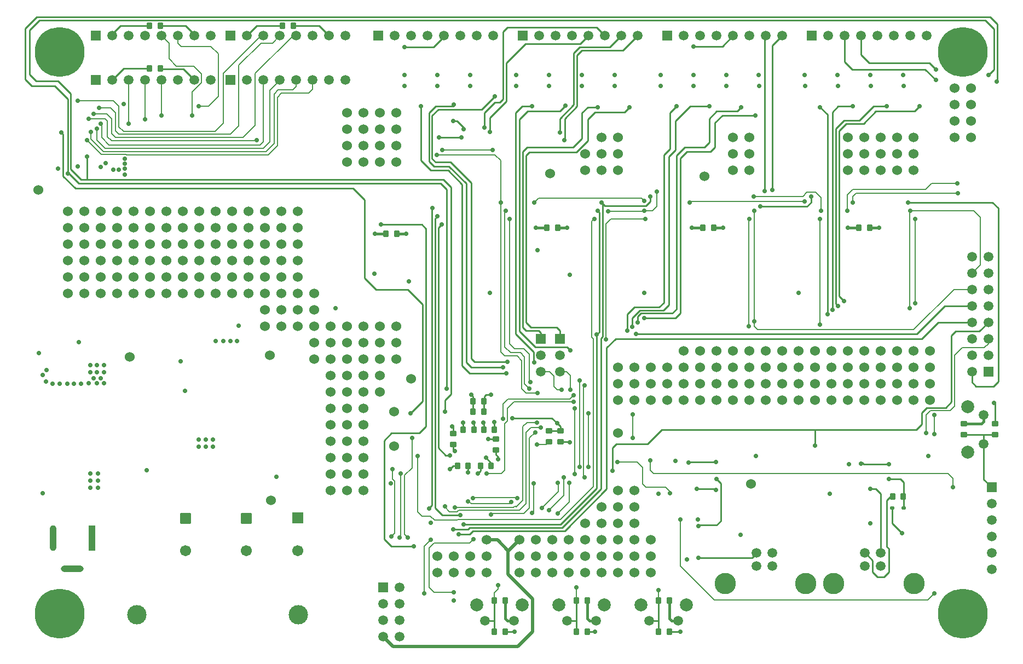
<source format=gbl>
G04 Layer_Physical_Order=4*
G04 Layer_Color=16711680*
%FSLAX23Y23*%
%MOIN*%
G70*
G01*
G75*
G04:AMPARAMS|DCode=10|XSize=39mil|YSize=35mil|CornerRadius=4mil|HoleSize=0mil|Usage=FLASHONLY|Rotation=270.000|XOffset=0mil|YOffset=0mil|HoleType=Round|Shape=RoundedRectangle|*
%AMROUNDEDRECTD10*
21,1,0.039,0.027,0,0,270.0*
21,1,0.031,0.035,0,0,270.0*
1,1,0.009,-0.013,-0.015*
1,1,0.009,-0.013,0.015*
1,1,0.009,0.013,0.015*
1,1,0.009,0.013,-0.015*
%
%ADD10ROUNDEDRECTD10*%
G04:AMPARAMS|DCode=11|XSize=39mil|YSize=35mil|CornerRadius=4mil|HoleSize=0mil|Usage=FLASHONLY|Rotation=180.000|XOffset=0mil|YOffset=0mil|HoleType=Round|Shape=RoundedRectangle|*
%AMROUNDEDRECTD11*
21,1,0.039,0.027,0,0,180.0*
21,1,0.031,0.035,0,0,180.0*
1,1,0.009,-0.015,0.013*
1,1,0.009,0.015,0.013*
1,1,0.009,0.015,-0.013*
1,1,0.009,-0.015,-0.013*
%
%ADD11ROUNDEDRECTD11*%
G04:AMPARAMS|DCode=13|XSize=26mil|YSize=20mil|CornerRadius=2mil|HoleSize=0mil|Usage=FLASHONLY|Rotation=180.000|XOffset=0mil|YOffset=0mil|HoleType=Round|Shape=RoundedRectangle|*
%AMROUNDEDRECTD13*
21,1,0.026,0.016,0,0,180.0*
21,1,0.022,0.020,0,0,180.0*
1,1,0.004,-0.011,0.008*
1,1,0.004,0.011,0.008*
1,1,0.004,0.011,-0.008*
1,1,0.004,-0.011,-0.008*
%
%ADD13ROUNDEDRECTD13*%
%ADD31C,0.010*%
%ADD32C,0.008*%
%ADD33C,0.020*%
%ADD34C,0.015*%
%ADD35C,0.060*%
%ADD36C,0.059*%
%ADD37R,0.059X0.059*%
%ADD38C,0.079*%
%ADD39R,0.039X0.157*%
%ADD40O,0.039X0.157*%
%ADD41O,0.138X0.039*%
%ADD42R,0.059X0.059*%
%ADD43C,0.130*%
%ADD44C,0.118*%
%ADD45C,0.067*%
%ADD46R,0.067X0.067*%
G04:AMPARAMS|DCode=47|XSize=67mil|YSize=67mil|CornerRadius=8mil|HoleSize=0mil|Usage=FLASHONLY|Rotation=270.000|XOffset=0mil|YOffset=0mil|HoleType=Round|Shape=RoundedRectangle|*
%AMROUNDEDRECTD47*
21,1,0.067,0.050,0,0,270.0*
21,1,0.050,0.067,0,0,270.0*
1,1,0.017,-0.025,-0.025*
1,1,0.017,-0.025,0.025*
1,1,0.017,0.025,0.025*
1,1,0.017,0.025,-0.025*
%
%ADD47ROUNDEDRECTD47*%
%ADD48C,0.067*%
%ADD49C,0.303*%
%ADD50C,0.028*%
D10*
X3963Y140D02*
D03*
X3896D02*
D03*
X3463D02*
D03*
X3396D02*
D03*
X2963D02*
D03*
X2896D02*
D03*
X3963Y330D02*
D03*
X3896D02*
D03*
X3463D02*
D03*
X3396D02*
D03*
X2963D02*
D03*
X2896D02*
D03*
X5322Y965D02*
D03*
X5388D02*
D03*
X2767Y1545D02*
D03*
X2833D02*
D03*
X2237Y2565D02*
D03*
X2303D02*
D03*
X3217Y2600D02*
D03*
X3283D02*
D03*
X4167D02*
D03*
X4233D02*
D03*
X5117D02*
D03*
X5183D02*
D03*
X2767Y1480D02*
D03*
X2833D02*
D03*
X2672Y1150D02*
D03*
X2738D02*
D03*
X2878D02*
D03*
X2812D02*
D03*
X2773Y1370D02*
D03*
X2707D02*
D03*
X2832D02*
D03*
X2898D02*
D03*
X863Y3830D02*
D03*
X797D02*
D03*
X863Y3570D02*
D03*
X797D02*
D03*
X1673Y3830D02*
D03*
X1607D02*
D03*
D11*
X5945Y1408D02*
D03*
Y1341D02*
D03*
X5755Y1408D02*
D03*
Y1341D02*
D03*
X2905Y1247D02*
D03*
Y1313D02*
D03*
X2645Y1282D02*
D03*
Y1348D02*
D03*
X3300Y1297D02*
D03*
Y1363D02*
D03*
X3230Y1297D02*
D03*
Y1363D02*
D03*
D13*
X5320Y895D02*
D03*
X5390D02*
D03*
D31*
X5185Y1010D02*
X5220D01*
X3820Y2735D02*
X3845Y2760D01*
X3570Y2735D02*
X3820D01*
X3550Y2755D02*
X3570Y2735D01*
X3845Y2760D02*
Y2790D01*
X3550Y2755D02*
X3555Y2750D01*
Y1938D02*
Y2750D01*
X3770Y2025D02*
X3770Y2025D01*
X4925Y2075D02*
Y3290D01*
X3635Y1925D02*
X5500D01*
X365Y2870D02*
X2570D01*
X305Y2930D02*
X365Y2870D01*
X300Y2930D02*
X305D01*
X260Y3180D02*
X270Y3170D01*
Y2915D02*
Y3170D01*
Y2915D02*
X345Y2840D01*
X240Y3495D02*
X318Y3417D01*
X220Y3465D02*
X300Y3385D01*
X318Y2957D02*
Y3417D01*
Y2957D02*
X380Y2895D01*
X300Y2930D02*
Y3385D01*
X4130Y1010D02*
X4240D01*
X2585Y2895D02*
X2632Y2848D01*
X2595Y1550D02*
X2632Y1587D01*
X2570Y2870D02*
X2605Y2835D01*
X2632Y1587D02*
Y2848D01*
X2605Y1620D02*
Y2835D01*
X2725Y1780D02*
X2755Y1750D01*
X2950D01*
X2700Y1760D02*
X2745Y1715D01*
X2970D01*
X3025Y1955D02*
X3137Y1843D01*
Y1783D02*
Y1843D01*
Y1783D02*
X3140Y1780D01*
X415Y2900D02*
Y3035D01*
X380Y2895D02*
X2585D01*
X345Y2840D02*
X2035D01*
X2175Y2225D02*
X2370D01*
X2105Y2295D02*
X2175Y2225D01*
X2105Y2295D02*
Y2770D01*
X2035Y2840D02*
X2105Y2770D01*
X4850Y1370D02*
X5465D01*
X3915D02*
X4850D01*
Y1275D02*
Y1370D01*
X5320Y800D02*
X5380Y740D01*
X5320Y800D02*
Y895D01*
X5300Y505D02*
Y645D01*
X5285Y660D02*
X5300Y645D01*
X5285Y660D02*
Y940D01*
X5270Y475D02*
X5300Y505D01*
X5285Y940D02*
X5310Y965D01*
X5155Y620D02*
X5200Y575D01*
Y505D02*
Y575D01*
Y505D02*
X5230Y475D01*
X5270D01*
X5310Y965D02*
X5322D01*
X5390Y895D02*
Y1050D01*
X5370Y1070D02*
X5390Y1050D01*
X5300Y1070D02*
X5370D01*
X5250Y620D02*
Y980D01*
X5220Y1010D02*
X5250Y980D01*
X4465Y590D02*
X4495Y620D01*
X4140Y590D02*
X4465D01*
X4145Y790D02*
X4250D01*
X4140Y785D02*
X4145Y790D01*
X3300Y1297D02*
X3358D01*
X3280Y1410D02*
X3300Y1390D01*
Y1363D02*
Y1390D01*
X3230Y1365D02*
X3232Y1363D01*
X3300D01*
X3248Y1442D02*
X3280Y1410D01*
X2998Y1442D02*
X3248D01*
X1830Y3830D02*
X1890Y3770D01*
X1673Y3830D02*
X1830D01*
X1385Y3770D02*
X1390D01*
X1450Y3830D01*
X1607D01*
X1002Y3568D02*
X1070Y3500D01*
X863Y3568D02*
X1002D01*
X863D02*
Y3570D01*
X570Y3500D02*
X640Y3570D01*
X797D01*
X1015Y3830D02*
X1075Y3770D01*
X863Y3830D02*
X1015D01*
X570Y3780D02*
X620Y3830D01*
X797D01*
X125Y3865D02*
X5885D01*
X110Y3885D02*
X5915D01*
X65Y3805D02*
X125Y3865D01*
X5885D02*
X5940Y3810D01*
X40Y3815D02*
X110Y3885D01*
X5755Y1341D02*
X5873D01*
X5878Y1336D01*
Y1284D02*
Y1336D01*
X5883Y1341D02*
X5945D01*
X5878Y1336D02*
X5883Y1341D01*
X5878Y1066D02*
Y1284D01*
Y1066D02*
X5925Y1019D01*
X3839Y207D02*
X3893D01*
X3896Y140D02*
Y226D01*
X3339Y207D02*
X3393D01*
X3396Y140D02*
Y226D01*
X2839Y207D02*
X2893D01*
X2896Y226D02*
Y330D01*
X2896Y140D02*
Y226D01*
X2735Y1137D02*
X2738Y1140D01*
X2735Y1110D02*
Y1137D01*
X5945Y1408D02*
Y1529D01*
X5940Y1534D02*
X5945Y1529D01*
X3963Y140D02*
X4030D01*
X3463D02*
X3510D01*
X2963D02*
X3020D01*
X4175Y3090D02*
X4205Y3120D01*
X4214Y3065D02*
X4239Y3090D01*
X3896Y226D02*
Y330D01*
X2905Y1220D02*
Y1245D01*
X3025Y3085D02*
X3025Y3085D01*
Y3300D01*
X2767Y1480D02*
Y1543D01*
X2833Y1480D02*
Y1538D01*
X2755Y1585D02*
X2765Y1575D01*
Y1545D02*
Y1575D01*
X2845Y1585D02*
X2875D01*
X2835Y1575D02*
X2845Y1585D01*
X2835Y1545D02*
Y1547D01*
Y1575D01*
X2833Y1545D02*
X2835Y1547D01*
X3070Y3065D02*
X3095Y3090D01*
X3070Y1995D02*
Y3065D01*
X3110Y3060D02*
X3395D01*
X3090Y3040D02*
X3110Y3060D01*
X3090Y2025D02*
Y3040D01*
Y2025D02*
X3120Y1995D01*
X3275D01*
X3295Y1975D01*
Y1930D02*
Y1975D01*
X3070Y1995D02*
X3090Y1975D01*
X3165D01*
X3180Y1960D01*
Y1925D02*
Y1960D01*
X3025Y1990D02*
X3025Y1990D01*
X3340Y1875D02*
X3360Y1855D01*
X3050Y1970D02*
X3145Y1875D01*
X3340D01*
X2755Y1805D02*
X2775Y1785D01*
X2975D01*
X4240Y1010D02*
X4245Y1005D01*
X4030Y3025D02*
X4070Y3065D01*
X4214D01*
X4055Y3090D02*
X4175D01*
X4005Y3040D02*
X4055Y3090D01*
X3960Y3035D02*
X4000Y3075D01*
X3965Y3080D02*
Y3300D01*
X3930Y3045D02*
X3965Y3080D01*
X4030Y2080D02*
Y3025D01*
X4005Y2105D02*
Y3040D01*
X3960Y2130D02*
Y3035D01*
X3930Y2145D02*
Y3045D01*
X5930Y2755D02*
X5965Y2720D01*
Y1665D02*
Y2720D01*
X5935Y1635D02*
X5965Y1665D01*
X5830Y1635D02*
X5935D01*
X5805Y1660D02*
X5830Y1635D01*
X5805Y1660D02*
Y1720D01*
X4515Y2730D02*
X4800D01*
X4825Y2755D01*
X2600Y1215D02*
X2625D01*
X2595Y1480D02*
Y1550D01*
X5850Y1970D02*
X5905Y2025D01*
Y2110D02*
Y2125D01*
X3615Y1260D02*
X3640Y1285D01*
X3830D02*
X3915Y1370D01*
X5465D02*
X5500Y1405D01*
Y1475D01*
X5680Y1540D02*
Y1945D01*
X5705Y1970D01*
X5850D01*
X80Y3465D02*
X220D01*
X40Y3505D02*
X80Y3465D01*
X105Y3495D02*
X240D01*
X65Y3535D02*
X105Y3495D01*
X65Y3535D02*
Y3805D01*
X5940Y3565D02*
Y3810D01*
X5905Y3530D02*
X5940Y3565D01*
X2440Y1350D02*
X2480Y1390D01*
X2455Y2620D02*
X2480Y2595D01*
X2205Y2620D02*
X2455D01*
X2270Y1350D02*
X2440D01*
X2225Y1305D02*
X2270Y1350D01*
X2700Y1760D02*
Y2865D01*
X2615Y2950D02*
X2700Y2865D01*
X2620Y2975D02*
X2725Y2870D01*
Y1780D02*
Y2870D01*
X2630Y3000D02*
X2755Y2875D01*
Y1805D02*
Y2875D01*
X4080Y1170D02*
X4085Y1175D01*
X4245D01*
X5130Y1165D02*
X5135Y1170D01*
X5415Y2755D02*
X5930D01*
X5135Y1170D02*
X5145Y1160D01*
X5300D01*
X2862Y1313D02*
X2905D01*
X2920Y1190D02*
Y1205D01*
X2905Y1220D02*
X2920Y1205D01*
X2495Y890D02*
X2500D01*
X40Y3505D02*
Y3815D01*
X2350Y3700D02*
X2525D01*
X2595Y3770D01*
X2225Y705D02*
X2270Y660D01*
X2405D01*
X3396Y226D02*
Y330D01*
X3895D02*
Y335D01*
X2518Y3283D02*
X2555Y3320D01*
X2540Y3340D02*
X2645D01*
X2540Y3000D02*
X2630D01*
X2518Y3022D02*
X2540Y3000D01*
X2518Y3022D02*
Y3283D01*
X2530Y2975D02*
X2620D01*
X2500Y3005D02*
X2530Y2975D01*
X2500Y3005D02*
Y3300D01*
X2540Y3340D01*
X2510Y2950D02*
X2615D01*
X2820Y3320D02*
X2900Y3400D01*
X2555Y3320D02*
X2820D01*
X2645Y3340D02*
X2650Y3345D01*
Y3350D01*
X2560Y3150D02*
X2695D01*
X2450Y3010D02*
Y3340D01*
Y3010D02*
X2510Y2950D01*
X2645Y3250D02*
X2670D01*
X2710Y3210D01*
Y3200D02*
Y3210D01*
X2835D02*
Y3300D01*
X2900Y3365D01*
X2930D01*
X2950Y3385D01*
Y3795D01*
X2975Y3820D01*
X3520D01*
X3570Y3770D01*
X2870Y3185D02*
Y3270D01*
X2970Y3370D01*
Y3605D01*
X3085Y3720D01*
X3420D01*
X3470Y3770D01*
X3025Y3300D02*
X3065Y3340D01*
X3125D01*
X3050Y3260D02*
X3100Y3310D01*
X3295D01*
X3330Y3345D01*
X3295Y3180D02*
Y3265D01*
X3380Y3350D01*
Y3665D01*
X3415Y3700D01*
X3600D01*
X3670Y3770D01*
X3323Y3135D02*
X3325Y3137D01*
Y3265D01*
X3400Y3340D01*
Y3650D01*
X3430Y3680D01*
X3680D01*
X3770Y3770D01*
X3095Y3090D02*
X3375D01*
X3430Y3145D01*
Y3300D01*
X3465Y3335D01*
X3525D01*
X3395Y3060D02*
X3465Y3130D01*
Y3260D01*
X3510Y3305D01*
X3690D01*
X3720Y3335D01*
X3965Y3300D02*
X4005Y3340D01*
X4000Y3075D02*
Y3250D01*
X4090Y3340D01*
X4205D01*
X4110Y3705D02*
X4285D01*
X4350Y3770D01*
X4543Y2823D02*
Y3758D01*
X4555Y3770D01*
X4590Y2830D02*
Y3710D01*
X4650Y3770D01*
X4205Y3120D02*
Y3265D01*
X4250Y3310D01*
X4375D01*
X4400Y3335D01*
X4239Y3239D02*
X4285Y3285D01*
X4485D01*
X4239Y3090D02*
Y3239D01*
X4825Y2755D02*
Y2790D01*
X4880Y3335D02*
X4925Y3290D01*
X4990Y3340D02*
X5080D01*
X5205D02*
X5285D01*
X5455Y3310D02*
X5485Y3340D01*
X5520Y3565D02*
X5585Y3500D01*
X5030Y3610D02*
Y3770D01*
Y3610D02*
X5075Y3565D01*
X5520D01*
X5545Y3605D02*
X5585Y3565D01*
X5180Y3605D02*
X5545D01*
X5130Y3655D02*
X5180Y3605D01*
X5130Y3655D02*
Y3770D01*
X3580Y1010D02*
Y1870D01*
X3635Y1925D01*
X3520Y1015D02*
Y1950D01*
X5025Y3255D02*
X5120D01*
X5205Y3340D01*
X5040Y3235D02*
X5145D01*
X5220Y3310D01*
X5455D01*
X3770Y2025D02*
Y2060D01*
X4000Y2050D02*
X4030Y2080D01*
X3810Y2050D02*
X4000D01*
X3705Y1975D02*
X3708Y1978D01*
Y2073D01*
X3735Y1998D02*
Y2051D01*
X3790Y2080D02*
X3980D01*
X4005Y2105D01*
X3928Y2098D02*
X3960Y2130D01*
X3901Y2116D02*
X3930Y2145D01*
X3751Y2116D02*
X3901D01*
X3782Y2098D02*
X3928D01*
X3735Y2051D02*
X3782Y2098D01*
X3708Y2073D02*
X3751Y2116D01*
X3770Y2060D02*
X3790Y2080D01*
X4955Y3305D02*
X4990Y3340D01*
X4955Y2100D02*
Y3305D01*
X2998Y1442D02*
X3000Y1440D01*
X2860Y1315D02*
X2862Y1313D01*
X3000Y1440D02*
X3005D01*
X2898Y1380D02*
Y1417D01*
X2515Y2715D02*
X2520Y2720D01*
X2535Y895D02*
X2580Y850D01*
X2535Y895D02*
Y2655D01*
X2550Y2670D01*
X2555Y1260D02*
Y2600D01*
X2575Y2620D01*
X2555Y1260D02*
X2600Y1215D01*
X2812Y1122D02*
Y1150D01*
X2795Y1105D02*
X2812Y1122D01*
X3520Y1950D02*
X3535Y1965D01*
Y2695D01*
X3525Y2705D02*
X3535Y2695D01*
X3545Y1010D02*
Y1928D01*
X3555Y1938D01*
X3615Y1120D02*
Y1260D01*
X3640Y1285D02*
X3830D01*
X4250Y790D02*
X4275Y815D01*
Y1045D01*
X4250Y1070D02*
X4275Y1045D01*
X2495Y890D02*
X2515Y910D01*
Y2715D01*
X2480Y1390D02*
Y2595D01*
X2385Y1470D02*
X2460Y1545D01*
Y2135D01*
X2370Y2225D02*
X2460Y2135D01*
X2645Y765D02*
X2735D01*
X2680Y735D02*
X2745D01*
X4975Y2140D02*
Y3205D01*
X5025Y3255D01*
X4975Y2140D02*
X4990Y2125D01*
X4995Y2185D02*
Y3190D01*
X5040Y3235D01*
X4995Y2185D02*
X5025Y2155D01*
X3025Y1955D02*
Y3085D01*
X3050Y1970D02*
Y3260D01*
X5500Y1475D02*
X5530Y1505D01*
X5645D01*
X5680Y1540D01*
X2878Y1150D02*
Y1167D01*
X2845Y1200D02*
X2878Y1167D01*
X2645Y1150D02*
X2672D01*
X2625Y1130D02*
X2645Y1150D01*
X2707Y1370D02*
Y1413D01*
X2832Y1370D02*
Y1413D01*
X2830Y1415D02*
X2832Y1413D01*
X2770Y1415D02*
X2773Y1412D01*
Y1370D02*
Y1412D01*
X2645Y1348D02*
Y1385D01*
X2640Y1390D02*
X2645Y1385D01*
Y1250D02*
Y1282D01*
Y1250D02*
X2655Y1240D01*
X5500Y1925D02*
X5600Y2025D01*
X5805D01*
X5640Y2125D02*
X5805D01*
X3760Y1955D02*
X5470D01*
X5640Y2125D01*
X5915Y3885D02*
X5960Y3840D01*
X5955Y3490D02*
X5960Y3495D01*
Y3840D01*
X3325Y755D02*
X3580Y1010D01*
X3310Y775D02*
X3545Y1010D01*
X2745Y735D02*
X2765Y755D01*
X3325D01*
X2735Y765D02*
X2745Y775D01*
X3310D01*
X2710Y795D02*
X3300D01*
X3520Y1015D01*
X2580Y850D02*
X2690D01*
X2225Y705D02*
Y1305D01*
D32*
X3740Y1320D02*
Y1465D01*
X3441Y1636D02*
X3445Y1640D01*
X3415Y1145D02*
Y1660D01*
X3410Y1665D02*
X3415Y1660D01*
X3015Y1540D02*
X3380D01*
X3410Y1665D02*
X3415Y1670D01*
X3470Y1145D02*
Y1470D01*
X3500Y1025D02*
Y1925D01*
X3575Y1920D02*
Y2625D01*
X3605Y2655D01*
X3590Y2700D02*
X3805D01*
X3166Y2781D02*
X3794D01*
X3810Y2765D01*
X3805Y2700D02*
X3810Y2705D01*
X3885Y2730D02*
Y2820D01*
X4445Y2000D02*
Y2650D01*
X4450Y2655D01*
X5425Y2110D02*
Y2700D01*
X5430Y2705D01*
X5460Y2140D02*
Y2655D01*
X5045Y2705D02*
Y2800D01*
X500Y3235D02*
X505Y3230D01*
Y3150D02*
Y3230D01*
Y3150D02*
X550Y3105D01*
X475Y3135D02*
Y3205D01*
Y3135D02*
X525Y3085D01*
X425Y3265D02*
X525D01*
X540Y3250D01*
X2658Y897D02*
X3014D01*
X2892Y880D02*
X3050D01*
X2891Y881D02*
X2892Y880D01*
X2679Y881D02*
X2891D01*
X2870Y855D02*
X2875D01*
X3014Y897D02*
X3021Y905D01*
X3050Y880D02*
X3090Y920D01*
X3091Y1594D02*
X3159D01*
X3160Y1595D01*
X3110Y1660D02*
X3115D01*
X5535Y335D02*
X5575Y375D01*
X3155Y1280D02*
X3213D01*
X3230Y1297D01*
X3070Y1390D02*
X3095Y1415D01*
X3109Y1319D02*
X3145Y1355D01*
X3109Y1034D02*
Y1319D01*
Y1034D02*
X3110Y1033D01*
Y895D02*
Y1033D01*
X3095Y1415D02*
X3155D01*
X3120Y1385D02*
X3180D01*
X3090Y1355D02*
X3120Y1385D01*
X1690Y3460D02*
Y3500D01*
X1670Y3440D02*
X1690Y3460D01*
X1580Y3440D02*
X1670D01*
X1790Y3445D02*
Y3495D01*
X1765Y3420D02*
X1790Y3445D01*
X1600Y3420D02*
X1765D01*
X1575Y3395D02*
X1600Y3420D01*
X1555Y3415D02*
X1580Y3440D01*
X1590Y3496D02*
Y3500D01*
X1530Y3436D02*
X1590Y3496D01*
X1470Y3105D02*
X1490Y3125D01*
X550Y3105D02*
X1470D01*
X565Y3175D02*
X590Y3150D01*
X565Y3175D02*
Y3265D01*
X535Y3295D02*
X565Y3265D01*
X455Y3295D02*
X535D01*
X490Y3330D02*
X560D01*
X1475Y3725D02*
X1545D01*
X1590Y3770D01*
X540Y3155D02*
Y3250D01*
Y3155D02*
X565Y3130D01*
X560Y3330D02*
X590Y3300D01*
Y3190D02*
Y3300D01*
Y3190D02*
X610Y3170D01*
Y3215D02*
Y3340D01*
Y3215D02*
X639Y3186D01*
X360Y3375D02*
X575D01*
X610Y3340D01*
X1215Y3400D02*
Y3660D01*
X1155Y3340D02*
X1215Y3400D01*
X1095Y3340D02*
X1155D01*
X1055Y3285D02*
Y3426D01*
X960Y3585D02*
X1065D01*
X1112Y3538D01*
Y3483D02*
Y3538D01*
X1055Y3426D02*
X1112Y3483D01*
X915Y3630D02*
Y3725D01*
Y3630D02*
X960Y3585D01*
X970Y3725D02*
Y3770D01*
Y3725D02*
X990Y3705D01*
X1170D01*
X1215Y3660D01*
X870Y3770D02*
X915Y3725D01*
X870Y3285D02*
Y3500D01*
X770Y3260D02*
Y3500D01*
X670Y3235D02*
Y3500D01*
X2884Y859D02*
X3074D01*
X5525Y1350D02*
Y1460D01*
X3820Y1020D02*
X3940D01*
X3800Y1040D02*
X3820Y1020D01*
X2896Y330D02*
Y376D01*
X2920Y400D01*
X2995Y1840D02*
X3055D01*
X2935Y1845D02*
X2960Y1820D01*
X3035D01*
X2935Y1845D02*
Y2755D01*
X3020Y1865D02*
X3075D01*
X5815Y2705D02*
X5855Y2665D01*
Y2375D02*
Y2665D01*
X5805Y2325D02*
X5855Y2375D01*
X5430Y2705D02*
X5815D01*
X3810D02*
X3860D01*
X3885Y2730D01*
X4885Y2705D02*
Y2785D01*
X5080Y2755D02*
Y2790D01*
X5100Y2810D01*
X5720D01*
X5045Y2800D02*
X5079Y2834D01*
X5905Y1895D02*
Y1925D01*
X5880Y1870D02*
X5905Y1895D01*
X3075Y1865D02*
X3110Y1830D01*
X3075Y860D02*
X3110Y895D01*
Y1660D02*
Y1830D01*
X3090Y920D02*
Y1355D01*
X3070Y940D02*
Y1390D01*
X3605Y2655D02*
X3815D01*
X3845Y1125D02*
Y1185D01*
Y1125D02*
X3865Y1105D01*
X3295Y1725D02*
X3335D01*
X3360Y1700D01*
Y1615D02*
Y1700D01*
X3180Y1725D02*
X3233D01*
X3260Y1698D01*
Y1635D02*
Y1698D01*
Y1635D02*
X3280Y1615D01*
X3305D01*
X5575Y1345D02*
Y1460D01*
X5700Y1825D02*
X5745Y1870D01*
X5700Y1515D02*
Y1825D01*
X5745Y1870D02*
X5880D01*
X4500Y1980D02*
X5450D01*
X4480Y2000D02*
X4500Y1980D01*
X2900Y3045D02*
X2935Y3010D01*
Y2755D02*
Y3010D01*
X3965Y985D02*
Y995D01*
X3940Y1020D02*
X3965Y995D01*
X2990Y1895D02*
Y2655D01*
Y1895D02*
X3020Y1865D01*
X2870Y855D02*
X2875Y850D01*
X2884Y859D01*
X5079Y2834D02*
X5524D01*
X5560Y2870D01*
X5715D01*
X3030Y900D02*
X3070Y940D01*
X2735Y935D02*
X2740D01*
X2755Y920D02*
X2990D01*
X2740Y935D02*
X2755Y920D01*
X610Y3170D02*
X1290D01*
X590Y3150D02*
X1365D01*
X1490Y3125D02*
Y3495D01*
X2320Y715D02*
X2325Y720D01*
Y1105D01*
X2350Y735D02*
X2370Y715D01*
X3125Y865D02*
X3135Y875D01*
Y1045D01*
X2470Y660D02*
X2510Y700D01*
X2470Y375D02*
Y660D01*
X2745Y680D02*
X2770Y705D01*
X2530Y680D02*
X2745D01*
X2500Y650D02*
X2530Y680D01*
X2500Y410D02*
Y650D01*
Y410D02*
X2530Y380D01*
X2650D01*
X2920Y400D02*
Y425D01*
X3395Y330D02*
Y410D01*
X3280Y1050D02*
X3283Y1047D01*
X3285Y1045D01*
X3282Y860D02*
X3352Y930D01*
Y1047D01*
X3895Y335D02*
Y395D01*
X2545Y3045D02*
X2900D01*
X3490Y1935D02*
X3500Y1925D01*
X3025Y905D02*
X3030Y900D01*
X2990Y920D02*
X3000Y930D01*
X2765Y955D02*
X2766Y956D01*
X3034D02*
X3035Y955D01*
X2766Y956D02*
X3034D01*
X3021Y905D02*
X3025D01*
X3140Y2755D02*
X3166Y2781D01*
X4085Y2755D02*
X4090Y2760D01*
X4785D01*
X4801Y2816D02*
X4854D01*
X4775Y2790D02*
X4801Y2816D01*
X4475Y2790D02*
X4775D01*
X4854Y2816D02*
X4885Y2785D01*
X4480Y2000D02*
Y2030D01*
Y2705D01*
X3490Y1935D02*
Y2640D01*
X3505Y2655D01*
X4880Y2010D02*
Y2655D01*
X2960Y1408D02*
X2977Y1425D01*
X2940Y1105D02*
X2960Y1125D01*
X2850Y1105D02*
X2940D01*
X2960Y1125D02*
Y1408D01*
X3765Y1175D02*
X3800Y1140D01*
X3645Y1175D02*
X3765D01*
X3800Y1040D02*
Y1140D01*
X441Y3141D02*
X517Y3065D01*
X656Y3046D02*
X657Y3045D01*
X415Y3135D02*
X504Y3046D01*
X656D01*
X440Y3185D02*
X441Y3184D01*
Y3141D02*
Y3184D01*
X2580Y3075D02*
X2885D01*
X5660Y1105D02*
X5690Y1075D01*
Y1020D02*
Y1075D01*
X3865Y1105D02*
X5660D01*
X2960Y1875D02*
X2995Y1840D01*
X2960Y1875D02*
Y2700D01*
X2965Y2705D01*
X2291Y741D02*
Y1056D01*
X2270Y720D02*
X2291Y741D01*
X2275Y1072D02*
X2291Y1056D01*
X2275Y1072D02*
Y1130D01*
X2350Y735D02*
Y1093D01*
X2395Y1138D01*
Y1320D01*
X2977Y1425D02*
Y1502D01*
X3015Y1540D01*
X2951Y1436D02*
Y1526D01*
X2981Y1556D01*
X3356D01*
X3380Y1580D01*
X3080Y1650D02*
X3110Y1620D01*
X3064Y1621D02*
X3091Y1594D01*
X3080Y1650D02*
Y1815D01*
X3055Y1840D02*
X3080Y1815D01*
X3064Y1621D02*
Y1791D01*
X3035Y1820D02*
X3064Y1791D01*
X1195Y3186D02*
X1245Y3236D01*
Y3540D01*
X1475Y3770D01*
X1490D01*
X639Y3186D02*
X1195D01*
X1340Y3220D02*
Y3590D01*
X1475Y3725D01*
X1290Y3170D02*
X1340Y3220D01*
X1450Y3130D02*
Y3135D01*
X565Y3130D02*
X1450D01*
X1365Y3150D02*
X1440Y3225D01*
Y3540D02*
X1665Y3765D01*
X1690D01*
X1440Y3225D02*
Y3540D01*
X525Y3085D02*
X1490D01*
X1530Y3125D01*
Y3436D01*
X517Y3065D02*
X1505D01*
X1555Y3115D01*
Y3415D01*
X657Y3045D02*
X1520D01*
X1575Y3100D01*
Y3395D01*
X5525Y1460D02*
X5553Y1488D01*
X5673D01*
X5700Y1515D01*
X4030Y540D02*
Y825D01*
Y540D02*
X4235Y335D01*
X5535D01*
X5450Y1980D02*
X5695Y2225D01*
X5805D01*
X3185Y895D02*
X3285Y995D01*
Y1045D01*
X3320Y970D02*
Y1080D01*
X3230Y880D02*
X3320Y970D01*
X3441Y1084D02*
X3445Y1080D01*
X3441Y1084D02*
Y1636D01*
X3385Y1100D02*
Y1500D01*
X2430Y870D02*
Y1210D01*
Y870D02*
X2455Y845D01*
X2508D01*
X2669Y871D02*
X2679Y881D01*
X2674Y824D02*
X3299D01*
X3500Y1025D01*
X2596Y899D02*
Y904D01*
Y899D02*
X2624Y871D01*
X2669D01*
X2508Y845D02*
X2533Y820D01*
X2670D01*
X2674Y824D01*
D33*
X2220Y110D02*
X2280Y50D01*
X3040D01*
X3130Y140D01*
Y340D01*
X2980Y490D02*
X3130Y340D01*
X2980Y490D02*
Y630D01*
X3050Y700D01*
X2980Y630D02*
Y635D01*
X2915Y700D02*
X2980Y635D01*
X2850Y700D02*
X2915D01*
D34*
X5755Y1408D02*
X5863D01*
X5878Y1422D01*
Y1461D01*
X3963Y221D02*
Y330D01*
Y221D02*
X3977Y207D01*
X4016D01*
X3463Y221D02*
X3477Y207D01*
X3463Y221D02*
Y330D01*
X3477Y207D02*
X3516D01*
X2963Y221D02*
X2977Y207D01*
X2963Y221D02*
Y330D01*
X2977Y207D02*
X3016D01*
X2170Y2565D02*
X2237D01*
X2303D02*
X2360D01*
X3150Y2600D02*
X3217D01*
X3283D02*
X3340D01*
X4100D02*
X4167D01*
X4233D02*
X4290D01*
X5183D02*
X5240D01*
X5050D02*
X5117D01*
D35*
X120Y2830D02*
D03*
X2285Y1270D02*
D03*
X1530Y1825D02*
D03*
X675Y1815D02*
D03*
X1535Y940D02*
D03*
X4175Y2915D02*
D03*
X4460Y1040D02*
D03*
X2390Y1680D02*
D03*
X2285Y1480D02*
D03*
X3235Y2930D02*
D03*
X3650Y1350D02*
D03*
X300Y2700D02*
D03*
Y2600D02*
D03*
Y2500D02*
D03*
Y2400D02*
D03*
Y2300D02*
D03*
Y2200D02*
D03*
X400D02*
D03*
Y2300D02*
D03*
Y2400D02*
D03*
Y2500D02*
D03*
Y2600D02*
D03*
Y2700D02*
D03*
X500Y2200D02*
D03*
Y2300D02*
D03*
Y2400D02*
D03*
Y2500D02*
D03*
Y2600D02*
D03*
Y2700D02*
D03*
X600Y2200D02*
D03*
Y2300D02*
D03*
Y2400D02*
D03*
Y2500D02*
D03*
Y2600D02*
D03*
Y2700D02*
D03*
X700Y2200D02*
D03*
Y2300D02*
D03*
Y2400D02*
D03*
Y2500D02*
D03*
Y2600D02*
D03*
Y2700D02*
D03*
X800Y2200D02*
D03*
Y2300D02*
D03*
Y2400D02*
D03*
Y2500D02*
D03*
Y2600D02*
D03*
Y2700D02*
D03*
X900Y2200D02*
D03*
Y2300D02*
D03*
Y2400D02*
D03*
Y2500D02*
D03*
Y2600D02*
D03*
Y2700D02*
D03*
X1000Y2200D02*
D03*
Y2300D02*
D03*
Y2400D02*
D03*
Y2500D02*
D03*
Y2600D02*
D03*
Y2700D02*
D03*
X1100Y2200D02*
D03*
Y2300D02*
D03*
Y2400D02*
D03*
Y2500D02*
D03*
Y2600D02*
D03*
Y2700D02*
D03*
X1200Y2200D02*
D03*
Y2300D02*
D03*
Y2400D02*
D03*
Y2500D02*
D03*
Y2600D02*
D03*
Y2700D02*
D03*
X1300Y2200D02*
D03*
Y2300D02*
D03*
Y2400D02*
D03*
Y2500D02*
D03*
Y2600D02*
D03*
Y2700D02*
D03*
X1400Y2200D02*
D03*
Y2300D02*
D03*
Y2400D02*
D03*
Y2500D02*
D03*
Y2600D02*
D03*
Y2700D02*
D03*
X1500Y2200D02*
D03*
Y2300D02*
D03*
Y2400D02*
D03*
Y2500D02*
D03*
Y2600D02*
D03*
Y2700D02*
D03*
X1600Y2200D02*
D03*
Y2300D02*
D03*
Y2400D02*
D03*
Y2500D02*
D03*
Y2600D02*
D03*
Y2700D02*
D03*
X1700Y2200D02*
D03*
Y2300D02*
D03*
Y2400D02*
D03*
Y2500D02*
D03*
Y2600D02*
D03*
Y2700D02*
D03*
X2000Y3300D02*
D03*
X2100D02*
D03*
X2000Y3200D02*
D03*
X2100D02*
D03*
Y3100D02*
D03*
X2000D02*
D03*
X2200Y3300D02*
D03*
Y3200D02*
D03*
Y3100D02*
D03*
X2000Y3000D02*
D03*
X2100D02*
D03*
X2200D02*
D03*
X2300Y3300D02*
D03*
Y3200D02*
D03*
Y3100D02*
D03*
Y3000D02*
D03*
X3450Y3050D02*
D03*
Y2950D02*
D03*
X3550D02*
D03*
Y3050D02*
D03*
Y3150D02*
D03*
X3650D02*
D03*
Y3050D02*
D03*
Y2950D02*
D03*
X4350Y3150D02*
D03*
Y3050D02*
D03*
Y2950D02*
D03*
X4450D02*
D03*
Y3050D02*
D03*
Y3150D02*
D03*
X5150D02*
D03*
X5250D02*
D03*
X5350D02*
D03*
X5450D02*
D03*
Y3050D02*
D03*
X5350D02*
D03*
X5250D02*
D03*
X5150D02*
D03*
Y2950D02*
D03*
X5250D02*
D03*
X5350D02*
D03*
X5450D02*
D03*
X3650Y1750D02*
D03*
Y1650D02*
D03*
Y1550D02*
D03*
X3750D02*
D03*
Y1650D02*
D03*
Y1750D02*
D03*
X3850Y1550D02*
D03*
Y1650D02*
D03*
Y1750D02*
D03*
X3950Y1550D02*
D03*
Y1650D02*
D03*
Y1750D02*
D03*
X4050Y1550D02*
D03*
Y1650D02*
D03*
Y1750D02*
D03*
X4150Y1550D02*
D03*
Y1650D02*
D03*
Y1750D02*
D03*
X4250Y1550D02*
D03*
Y1650D02*
D03*
Y1750D02*
D03*
X4350Y1550D02*
D03*
Y1650D02*
D03*
Y1750D02*
D03*
X4750D02*
D03*
Y1650D02*
D03*
Y1550D02*
D03*
X4650Y1750D02*
D03*
Y1650D02*
D03*
Y1550D02*
D03*
X4550Y1750D02*
D03*
Y1650D02*
D03*
Y1550D02*
D03*
X4450Y1750D02*
D03*
Y1650D02*
D03*
Y1550D02*
D03*
X5150Y1750D02*
D03*
Y1650D02*
D03*
Y1550D02*
D03*
X5050Y1750D02*
D03*
Y1650D02*
D03*
Y1550D02*
D03*
X4950Y1750D02*
D03*
Y1650D02*
D03*
Y1550D02*
D03*
X4850Y1750D02*
D03*
Y1650D02*
D03*
Y1550D02*
D03*
X5550Y1750D02*
D03*
Y1650D02*
D03*
X5450Y1750D02*
D03*
Y1650D02*
D03*
Y1550D02*
D03*
X5350Y1750D02*
D03*
Y1650D02*
D03*
Y1550D02*
D03*
X5250Y1750D02*
D03*
Y1650D02*
D03*
Y1550D02*
D03*
Y1850D02*
D03*
X5350D02*
D03*
X5450D02*
D03*
X5550D02*
D03*
X4850D02*
D03*
X4950D02*
D03*
X5050D02*
D03*
X5150D02*
D03*
X4450D02*
D03*
X4550D02*
D03*
X4650D02*
D03*
X4750D02*
D03*
X4350D02*
D03*
X4250D02*
D03*
X4150D02*
D03*
X4050D02*
D03*
X1500Y2100D02*
D03*
Y2000D02*
D03*
X1600D02*
D03*
Y2100D02*
D03*
X1700D02*
D03*
Y2000D02*
D03*
X1800D02*
D03*
Y2100D02*
D03*
Y2200D02*
D03*
Y1900D02*
D03*
Y1800D02*
D03*
X1900D02*
D03*
Y1900D02*
D03*
Y2000D02*
D03*
X2000D02*
D03*
Y1900D02*
D03*
Y1800D02*
D03*
X2100D02*
D03*
Y1900D02*
D03*
Y2000D02*
D03*
X2200Y1800D02*
D03*
Y1900D02*
D03*
Y2000D02*
D03*
X2300Y1800D02*
D03*
Y1900D02*
D03*
Y2000D02*
D03*
X2200Y1700D02*
D03*
Y1600D02*
D03*
X2100Y1700D02*
D03*
Y1600D02*
D03*
X2000Y1700D02*
D03*
Y1600D02*
D03*
X1900Y1700D02*
D03*
Y1600D02*
D03*
Y1500D02*
D03*
Y1400D02*
D03*
X2000Y1500D02*
D03*
Y1400D02*
D03*
Y1300D02*
D03*
Y1200D02*
D03*
X1900Y1300D02*
D03*
Y1200D02*
D03*
X2100Y1300D02*
D03*
Y1200D02*
D03*
Y1100D02*
D03*
Y1000D02*
D03*
X2000Y1100D02*
D03*
Y1000D02*
D03*
X1900Y1100D02*
D03*
Y1000D02*
D03*
X2100Y1500D02*
D03*
Y1400D02*
D03*
X2550Y600D02*
D03*
Y500D02*
D03*
X2650D02*
D03*
Y600D02*
D03*
X2750D02*
D03*
Y500D02*
D03*
X2850D02*
D03*
Y600D02*
D03*
X3050D02*
D03*
Y500D02*
D03*
Y700D02*
D03*
X3150D02*
D03*
Y500D02*
D03*
Y600D02*
D03*
X3250Y700D02*
D03*
Y500D02*
D03*
Y600D02*
D03*
X3350Y700D02*
D03*
Y500D02*
D03*
Y600D02*
D03*
X3450Y700D02*
D03*
Y500D02*
D03*
Y600D02*
D03*
X3550Y700D02*
D03*
Y500D02*
D03*
Y600D02*
D03*
X3650Y700D02*
D03*
Y500D02*
D03*
Y600D02*
D03*
X3750Y700D02*
D03*
Y500D02*
D03*
Y600D02*
D03*
X3850Y700D02*
D03*
Y500D02*
D03*
Y600D02*
D03*
X3650Y1000D02*
D03*
Y800D02*
D03*
Y900D02*
D03*
X3550Y800D02*
D03*
Y900D02*
D03*
X3450Y800D02*
D03*
X3750Y1000D02*
D03*
Y900D02*
D03*
Y800D02*
D03*
X5050Y3150D02*
D03*
Y3050D02*
D03*
Y2950D02*
D03*
X5700Y3450D02*
D03*
X5800D02*
D03*
Y3350D02*
D03*
X5700D02*
D03*
Y3250D02*
D03*
X5800D02*
D03*
Y3150D02*
D03*
X5700D02*
D03*
X5550Y1550D02*
D03*
X2850Y700D02*
D03*
D36*
X5805Y1925D02*
D03*
Y2025D02*
D03*
Y2125D02*
D03*
Y2225D02*
D03*
Y2325D02*
D03*
Y2425D02*
D03*
X5905Y2225D02*
D03*
Y2125D02*
D03*
Y2025D02*
D03*
Y1925D02*
D03*
Y1825D02*
D03*
Y2325D02*
D03*
Y2425D02*
D03*
X5805Y1725D02*
D03*
Y1825D02*
D03*
X3839Y207D02*
D03*
X4016D02*
D03*
X3339D02*
D03*
X3516D02*
D03*
X2839D02*
D03*
X3016D02*
D03*
X5878Y1284D02*
D03*
Y1461D02*
D03*
X3295Y1725D02*
D03*
Y1825D02*
D03*
X3180Y1725D02*
D03*
Y1825D02*
D03*
X1990Y3770D02*
D03*
X1890D02*
D03*
X1790D02*
D03*
X1690D02*
D03*
X1590D02*
D03*
X1490D02*
D03*
X1390D02*
D03*
X4650D02*
D03*
X4550D02*
D03*
X4450D02*
D03*
X4350D02*
D03*
X4250D02*
D03*
X4150D02*
D03*
X4050D02*
D03*
X1170D02*
D03*
X1070D02*
D03*
X970D02*
D03*
X870D02*
D03*
X770D02*
D03*
X670D02*
D03*
X570D02*
D03*
X3770D02*
D03*
X3670D02*
D03*
X3570D02*
D03*
X3470D02*
D03*
X3370D02*
D03*
X3270D02*
D03*
X3170D02*
D03*
X2220Y310D02*
D03*
Y210D02*
D03*
Y110D02*
D03*
X2320Y410D02*
D03*
Y310D02*
D03*
Y210D02*
D03*
Y110D02*
D03*
X2890Y3770D02*
D03*
X2790D02*
D03*
X2690D02*
D03*
X2590D02*
D03*
X2490D02*
D03*
X2390D02*
D03*
X2290D02*
D03*
X5925Y519D02*
D03*
Y619D02*
D03*
Y719D02*
D03*
Y819D02*
D03*
Y919D02*
D03*
X1990Y3500D02*
D03*
X1890D02*
D03*
X1790D02*
D03*
X1690D02*
D03*
X1590D02*
D03*
X1490D02*
D03*
X1390D02*
D03*
X4590Y620D02*
D03*
X4492D02*
D03*
Y541D02*
D03*
X4590D02*
D03*
X5250Y620D02*
D03*
X5152D02*
D03*
Y541D02*
D03*
X5250D02*
D03*
X1170Y3500D02*
D03*
X1070D02*
D03*
X970D02*
D03*
X870D02*
D03*
X770D02*
D03*
X670D02*
D03*
X570D02*
D03*
X5530Y3770D02*
D03*
X5430D02*
D03*
X5330D02*
D03*
X5230D02*
D03*
X5130D02*
D03*
X5030D02*
D03*
X4930D02*
D03*
D37*
X5905Y1725D02*
D03*
X3295Y1925D02*
D03*
X3180D02*
D03*
X2220Y410D02*
D03*
X5925Y1019D02*
D03*
D38*
X3790Y305D02*
D03*
X4066D02*
D03*
X3290D02*
D03*
X3566D02*
D03*
X2790D02*
D03*
X3066D02*
D03*
X5780Y1235D02*
D03*
Y1511D02*
D03*
D39*
X445Y710D02*
D03*
D40*
X209D02*
D03*
D41*
X327Y525D02*
D03*
D42*
X1290Y3770D02*
D03*
X3950D02*
D03*
X470D02*
D03*
X3070D02*
D03*
X2190D02*
D03*
X1290Y3500D02*
D03*
X470D02*
D03*
X4830Y3770D02*
D03*
D43*
X4304Y435D02*
D03*
X4792D02*
D03*
X4964D02*
D03*
X5452D02*
D03*
D44*
X720Y245D02*
D03*
X1704D02*
D03*
D45*
X1700Y635D02*
D03*
D46*
Y835D02*
D03*
D47*
X1015Y830D02*
D03*
X1385D02*
D03*
D48*
X1015Y633D02*
D03*
X1385D02*
D03*
D49*
X250Y250D02*
D03*
Y3670D02*
D03*
X5750D02*
D03*
Y250D02*
D03*
D50*
X1097Y1268D02*
D03*
Y1312D02*
D03*
X1140Y1268D02*
D03*
Y1312D02*
D03*
X1183Y1268D02*
D03*
Y1312D02*
D03*
X482Y1017D02*
D03*
X438D02*
D03*
X482Y1060D02*
D03*
X438D02*
D03*
X482Y1103D02*
D03*
X438D02*
D03*
X500Y1685D02*
D03*
X455D02*
D03*
X435Y1720D02*
D03*
X780Y1125D02*
D03*
X640Y3355D02*
D03*
X5185Y800D02*
D03*
Y1010D02*
D03*
X3740Y1465D02*
D03*
X3415Y1145D02*
D03*
X3380Y1580D02*
D03*
Y1540D02*
D03*
X3470Y1145D02*
D03*
Y1470D02*
D03*
X3385Y1500D02*
D03*
X3505Y2655D02*
D03*
X3590Y2700D02*
D03*
X3845Y2790D02*
D03*
X3810Y2765D02*
D03*
X3885Y2820D02*
D03*
X4445Y2000D02*
D03*
X5425Y2110D02*
D03*
X5460Y2655D02*
D03*
Y2140D02*
D03*
X3770Y2025D02*
D03*
X4925Y2075D02*
D03*
X5045Y2705D02*
D03*
X3760Y1955D02*
D03*
X300Y2930D02*
D03*
X260Y3180D02*
D03*
X475Y3205D02*
D03*
X500Y3235D02*
D03*
X4130Y1010D02*
D03*
X2658Y897D02*
D03*
X2875Y855D02*
D03*
X2550Y2670D02*
D03*
X2575Y2620D02*
D03*
X2605Y1620D02*
D03*
X2950Y1750D02*
D03*
X2970Y1715D02*
D03*
X3140Y1780D02*
D03*
X3115Y1660D02*
D03*
X415Y3035D02*
D03*
X1340Y2005D02*
D03*
X1330Y1910D02*
D03*
X1290D02*
D03*
X1245D02*
D03*
X1200D02*
D03*
X987Y1787D02*
D03*
X1013Y1608D02*
D03*
X1570Y1085D02*
D03*
X520Y1655D02*
D03*
X475D02*
D03*
Y1720D02*
D03*
X520D02*
D03*
Y1765D02*
D03*
X475D02*
D03*
X365Y1905D02*
D03*
X122Y1837D02*
D03*
X170Y1735D02*
D03*
X145Y1705D02*
D03*
X165Y1665D02*
D03*
X250Y1650D02*
D03*
X205D02*
D03*
X295D02*
D03*
X335D02*
D03*
X380D02*
D03*
X425Y1655D02*
D03*
X435Y1765D02*
D03*
X145Y985D02*
D03*
X4940Y980D02*
D03*
X4850Y1275D02*
D03*
X5380Y740D02*
D03*
X5575Y375D02*
D03*
X4140Y590D02*
D03*
X4395Y730D02*
D03*
X4140Y785D02*
D03*
X4070Y580D02*
D03*
X3155Y1280D02*
D03*
X3283Y1047D02*
D03*
X3352D02*
D03*
X3155Y1415D02*
D03*
X3145Y1355D02*
D03*
X3180Y1385D02*
D03*
X3160Y1595D02*
D03*
X3110Y1620D02*
D03*
X3357Y1293D02*
D03*
X3280Y1410D02*
D03*
X2550Y3530D02*
D03*
X2750D02*
D03*
X3030D02*
D03*
X3230D02*
D03*
X3430D02*
D03*
X3630D02*
D03*
X3910D02*
D03*
X4110D02*
D03*
X4310D02*
D03*
X4508D02*
D03*
X4788D02*
D03*
X4988D02*
D03*
X5188D02*
D03*
X5388D02*
D03*
X2350D02*
D03*
X3810Y2205D02*
D03*
X1930Y2110D02*
D03*
X3160Y2465D02*
D03*
X3355Y2315D02*
D03*
X2375Y2275D02*
D03*
X2165Y2320D02*
D03*
X425Y3265D02*
D03*
X490Y3330D02*
D03*
X360Y3375D02*
D03*
X455Y3295D02*
D03*
X1055Y3285D02*
D03*
X1095Y3340D02*
D03*
X870Y3285D02*
D03*
X770Y3260D02*
D03*
X670Y3235D02*
D03*
X4030Y825D02*
D03*
X5525Y1350D02*
D03*
X500Y2970D02*
D03*
X645Y2990D02*
D03*
Y3020D02*
D03*
Y2960D02*
D03*
X530Y2995D02*
D03*
X360Y2975D02*
D03*
X240Y2960D02*
D03*
X5300Y1070D02*
D03*
X5540Y1210D02*
D03*
X2735Y1110D02*
D03*
X5940Y1534D02*
D03*
X4030Y140D02*
D03*
X3510D02*
D03*
X3020D02*
D03*
X4250Y1070D02*
D03*
X4490Y1210D02*
D03*
X2650Y330D02*
D03*
X440Y3185D02*
D03*
X2170Y2565D02*
D03*
X2360D02*
D03*
X3150Y2600D02*
D03*
X3340D02*
D03*
X4100D02*
D03*
X4290D02*
D03*
X5240D02*
D03*
X2520Y2720D02*
D03*
X3550Y2755D02*
D03*
X2965Y2705D02*
D03*
X2935Y2755D02*
D03*
X2755Y1585D02*
D03*
X2875D02*
D03*
X5050Y2600D02*
D03*
X3360Y1855D02*
D03*
X2975Y1785D02*
D03*
X4245Y1005D02*
D03*
X4135Y825D02*
D03*
X4085Y2755D02*
D03*
X3140D02*
D03*
X2430Y1210D02*
D03*
X5430Y2705D02*
D03*
X4450Y2655D02*
D03*
X4480Y2705D02*
D03*
X4515Y2730D02*
D03*
X2625Y1215D02*
D03*
X2595Y1480D02*
D03*
X3810Y2705D02*
D03*
X4885D02*
D03*
X5080Y2755D02*
D03*
X5720Y2810D02*
D03*
X3035Y955D02*
D03*
X4880Y2655D02*
D03*
X3815D02*
D03*
X3415Y1670D02*
D03*
X3445Y1640D02*
D03*
X3845Y1185D02*
D03*
X3360Y1615D02*
D03*
X3305D02*
D03*
X5575Y1345D02*
D03*
Y1460D02*
D03*
X3740Y1320D02*
D03*
X5905Y3530D02*
D03*
X645Y2925D02*
D03*
X610Y2955D02*
D03*
X575D02*
D03*
X3135Y1045D02*
D03*
X2325Y1105D02*
D03*
X2205Y2620D02*
D03*
X2385Y1470D02*
D03*
X3895Y980D02*
D03*
X3965Y985D02*
D03*
X4080Y1170D02*
D03*
X4245Y1175D02*
D03*
X4000Y1180D02*
D03*
X5130Y1165D02*
D03*
X5055Y1160D02*
D03*
X2990Y2655D02*
D03*
X3525Y2705D02*
D03*
X5415Y2755D02*
D03*
X5300Y1160D02*
D03*
X2920Y1190D02*
D03*
X3645Y1175D02*
D03*
X2500Y890D02*
D03*
X2265Y1045D02*
D03*
X5715Y2870D02*
D03*
X2350Y3465D02*
D03*
X2550Y3465D02*
D03*
X2750D02*
D03*
X3030D02*
D03*
X3230Y3465D02*
D03*
X3430D02*
D03*
X3630Y3465D02*
D03*
X3910D02*
D03*
X4110D02*
D03*
X4310D02*
D03*
X4510Y3465D02*
D03*
X4790D02*
D03*
X4990D02*
D03*
X5190D02*
D03*
X5390D02*
D03*
X2350Y3700D02*
D03*
X2870Y2205D02*
D03*
X2900Y3400D02*
D03*
X2680Y735D02*
D03*
X2645Y765D02*
D03*
X2765Y955D02*
D03*
X2735Y935D02*
D03*
X2270Y720D02*
D03*
X2320Y715D02*
D03*
X2370D02*
D03*
X3125Y865D02*
D03*
X2510Y700D02*
D03*
X2405Y660D02*
D03*
X2470Y375D02*
D03*
X2770Y705D02*
D03*
X2650Y380D02*
D03*
X3185Y895D02*
D03*
X2920Y425D02*
D03*
X3230Y880D02*
D03*
X3395Y410D02*
D03*
X3282Y860D02*
D03*
X3895Y395D02*
D03*
X2580Y3075D02*
D03*
X2545Y3045D02*
D03*
X2650Y3350D02*
D03*
X2695Y3150D02*
D03*
X2560D02*
D03*
X2450Y3340D02*
D03*
X2645Y3250D02*
D03*
X2710Y3200D02*
D03*
X2835Y3210D02*
D03*
X2870Y3185D02*
D03*
X3125Y3340D02*
D03*
X3330Y3345D02*
D03*
X3295Y3180D02*
D03*
X3323Y3135D02*
D03*
X3525Y3335D02*
D03*
X3720D02*
D03*
X4005Y3340D02*
D03*
X4205D02*
D03*
X4110Y3705D02*
D03*
X2596Y904D02*
D03*
X3000Y930D02*
D03*
X2510Y805D02*
D03*
X4543Y2823D02*
D03*
X4590Y2830D02*
D03*
X4400Y3335D02*
D03*
X4485Y3285D02*
D03*
X4785Y2760D02*
D03*
X4475Y2790D02*
D03*
X4825D02*
D03*
X4880Y3335D02*
D03*
X5080Y3340D02*
D03*
X5285D02*
D03*
X5485D02*
D03*
X5585Y3500D02*
D03*
Y3565D02*
D03*
X3575Y1920D02*
D03*
X4480Y2030D02*
D03*
X3520Y1950D02*
D03*
X3810Y2050D02*
D03*
X3735Y1998D02*
D03*
X3705Y1975D02*
D03*
X5025Y2155D02*
D03*
X4955Y2100D02*
D03*
X4990Y2125D02*
D03*
X4880Y2010D02*
D03*
X4750Y2205D02*
D03*
X2860Y1315D02*
D03*
X3005Y1440D02*
D03*
X2951Y1436D02*
D03*
X2898Y1417D02*
D03*
X2850Y1105D02*
D03*
X2795D02*
D03*
X3615Y1120D02*
D03*
X415Y3135D02*
D03*
X2885Y3075D02*
D03*
X5690Y1020D02*
D03*
X2275Y1130D02*
D03*
X2395Y1320D02*
D03*
X1450Y3135D02*
D03*
X2845Y1200D02*
D03*
X2625Y1130D02*
D03*
X2707Y1413D02*
D03*
X2830Y1415D02*
D03*
X2770D02*
D03*
X2640Y1390D02*
D03*
X2655Y1240D02*
D03*
X5955Y3490D02*
D03*
X3320Y1080D02*
D03*
X3445D02*
D03*
X3385Y1100D02*
D03*
X2710Y795D02*
D03*
X2690Y850D02*
D03*
M02*

</source>
